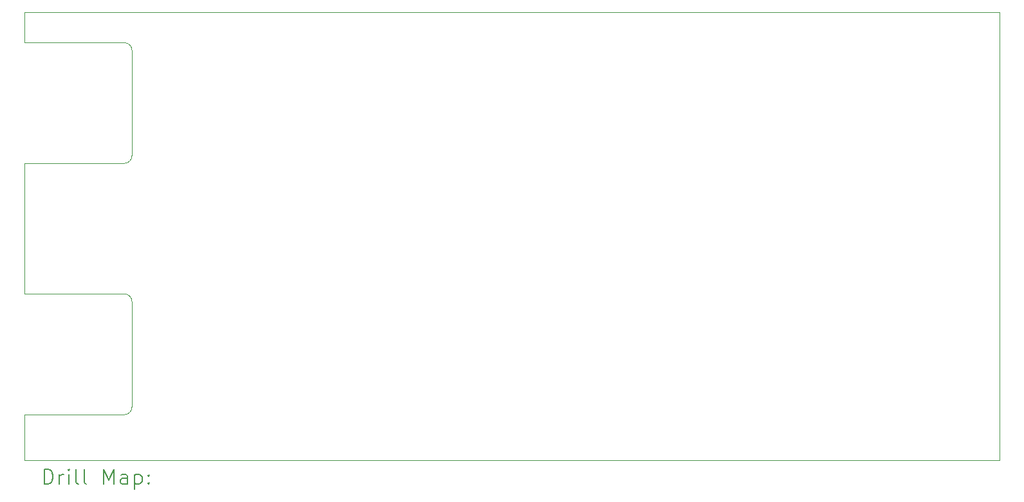
<source format=gbr>
%TF.GenerationSoftware,KiCad,Pcbnew,8.0.5*%
%TF.CreationDate,2024-10-22T16:25:50+01:00*%
%TF.ProjectId,V3,56332e6b-6963-4616-945f-706362585858,rev?*%
%TF.SameCoordinates,Original*%
%TF.FileFunction,Drillmap*%
%TF.FilePolarity,Positive*%
%FSLAX45Y45*%
G04 Gerber Fmt 4.5, Leading zero omitted, Abs format (unit mm)*
G04 Created by KiCad (PCBNEW 8.0.5) date 2024-10-22 16:25:50*
%MOMM*%
%LPD*%
G01*
G04 APERTURE LIST*
%ADD10C,0.100000*%
%ADD11C,0.200000*%
G04 APERTURE END LIST*
D10*
X-6410000Y2450000D02*
X-5100000Y2450000D01*
X-6410000Y-3050000D02*
X6410000Y-3050000D01*
X-6410000Y-2450000D02*
X-5100000Y-2450000D01*
X-5000000Y-2350000D02*
G75*
G02*
X-5100000Y-2450000I-100000J0D01*
G01*
X-6410000Y-3050000D02*
X-6410000Y-2450000D01*
X6410000Y-3050000D02*
X6410000Y2850000D01*
X-6410000Y2850000D02*
X-6410000Y2450000D01*
X-6410000Y-860000D02*
X-5100000Y-860000D01*
X-5000000Y960000D02*
G75*
G02*
X-5100000Y860000I-100000J0D01*
G01*
X-6410000Y860000D02*
X-6410000Y-860000D01*
X-6410000Y860000D02*
X-5100000Y860000D01*
X-5000000Y-960000D02*
X-5000000Y-2350000D01*
X-5100000Y-860000D02*
G75*
G02*
X-5000000Y-960000I0J-100000D01*
G01*
X-6410000Y2850000D02*
X6410000Y2850000D01*
X-5000000Y2350000D02*
X-5000000Y960000D01*
X-5100000Y2450000D02*
G75*
G02*
X-5000000Y2350000I0J-100000D01*
G01*
D11*
X-6154223Y-3366484D02*
X-6154223Y-3166484D01*
X-6154223Y-3166484D02*
X-6106604Y-3166484D01*
X-6106604Y-3166484D02*
X-6078033Y-3176008D01*
X-6078033Y-3176008D02*
X-6058985Y-3195055D01*
X-6058985Y-3195055D02*
X-6049461Y-3214103D01*
X-6049461Y-3214103D02*
X-6039937Y-3252198D01*
X-6039937Y-3252198D02*
X-6039937Y-3280769D01*
X-6039937Y-3280769D02*
X-6049461Y-3318865D01*
X-6049461Y-3318865D02*
X-6058985Y-3337912D01*
X-6058985Y-3337912D02*
X-6078033Y-3356960D01*
X-6078033Y-3356960D02*
X-6106604Y-3366484D01*
X-6106604Y-3366484D02*
X-6154223Y-3366484D01*
X-5954223Y-3366484D02*
X-5954223Y-3233150D01*
X-5954223Y-3271246D02*
X-5944699Y-3252198D01*
X-5944699Y-3252198D02*
X-5935175Y-3242674D01*
X-5935175Y-3242674D02*
X-5916128Y-3233150D01*
X-5916128Y-3233150D02*
X-5897080Y-3233150D01*
X-5830414Y-3366484D02*
X-5830414Y-3233150D01*
X-5830414Y-3166484D02*
X-5839937Y-3176008D01*
X-5839937Y-3176008D02*
X-5830414Y-3185531D01*
X-5830414Y-3185531D02*
X-5820890Y-3176008D01*
X-5820890Y-3176008D02*
X-5830414Y-3166484D01*
X-5830414Y-3166484D02*
X-5830414Y-3185531D01*
X-5706604Y-3366484D02*
X-5725652Y-3356960D01*
X-5725652Y-3356960D02*
X-5735175Y-3337912D01*
X-5735175Y-3337912D02*
X-5735175Y-3166484D01*
X-5601842Y-3366484D02*
X-5620890Y-3356960D01*
X-5620890Y-3356960D02*
X-5630414Y-3337912D01*
X-5630414Y-3337912D02*
X-5630414Y-3166484D01*
X-5373271Y-3366484D02*
X-5373271Y-3166484D01*
X-5373271Y-3166484D02*
X-5306604Y-3309341D01*
X-5306604Y-3309341D02*
X-5239937Y-3166484D01*
X-5239937Y-3166484D02*
X-5239937Y-3366484D01*
X-5058985Y-3366484D02*
X-5058985Y-3261722D01*
X-5058985Y-3261722D02*
X-5068509Y-3242674D01*
X-5068509Y-3242674D02*
X-5087556Y-3233150D01*
X-5087556Y-3233150D02*
X-5125652Y-3233150D01*
X-5125652Y-3233150D02*
X-5144699Y-3242674D01*
X-5058985Y-3356960D02*
X-5078033Y-3366484D01*
X-5078033Y-3366484D02*
X-5125652Y-3366484D01*
X-5125652Y-3366484D02*
X-5144699Y-3356960D01*
X-5144699Y-3356960D02*
X-5154223Y-3337912D01*
X-5154223Y-3337912D02*
X-5154223Y-3318865D01*
X-5154223Y-3318865D02*
X-5144699Y-3299817D01*
X-5144699Y-3299817D02*
X-5125652Y-3290293D01*
X-5125652Y-3290293D02*
X-5078033Y-3290293D01*
X-5078033Y-3290293D02*
X-5058985Y-3280769D01*
X-4963747Y-3233150D02*
X-4963747Y-3433150D01*
X-4963747Y-3242674D02*
X-4944699Y-3233150D01*
X-4944699Y-3233150D02*
X-4906604Y-3233150D01*
X-4906604Y-3233150D02*
X-4887556Y-3242674D01*
X-4887556Y-3242674D02*
X-4878033Y-3252198D01*
X-4878033Y-3252198D02*
X-4868509Y-3271246D01*
X-4868509Y-3271246D02*
X-4868509Y-3328388D01*
X-4868509Y-3328388D02*
X-4878033Y-3347436D01*
X-4878033Y-3347436D02*
X-4887556Y-3356960D01*
X-4887556Y-3356960D02*
X-4906604Y-3366484D01*
X-4906604Y-3366484D02*
X-4944699Y-3366484D01*
X-4944699Y-3366484D02*
X-4963747Y-3356960D01*
X-4782795Y-3347436D02*
X-4773271Y-3356960D01*
X-4773271Y-3356960D02*
X-4782795Y-3366484D01*
X-4782795Y-3366484D02*
X-4792318Y-3356960D01*
X-4792318Y-3356960D02*
X-4782795Y-3347436D01*
X-4782795Y-3347436D02*
X-4782795Y-3366484D01*
X-4782795Y-3242674D02*
X-4773271Y-3252198D01*
X-4773271Y-3252198D02*
X-4782795Y-3261722D01*
X-4782795Y-3261722D02*
X-4792318Y-3252198D01*
X-4792318Y-3252198D02*
X-4782795Y-3242674D01*
X-4782795Y-3242674D02*
X-4782795Y-3261722D01*
M02*

</source>
